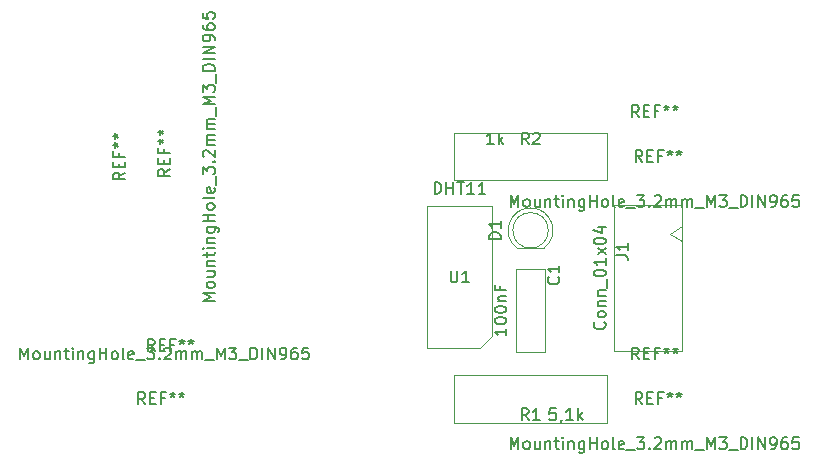
<source format=gbr>
G04 #@! TF.GenerationSoftware,KiCad,Pcbnew,(5.1.4)-1*
G04 #@! TF.CreationDate,2020-08-13T14:43:20+03:00*
G04 #@! TF.ProjectId,hum_temp_sensor,68756d5f-7465-46d7-905f-73656e736f72,rev?*
G04 #@! TF.SameCoordinates,Original*
G04 #@! TF.FileFunction,Other,Fab,Top*
%FSLAX46Y46*%
G04 Gerber Fmt 4.6, Leading zero omitted, Abs format (unit mm)*
G04 Created by KiCad (PCBNEW (5.1.4)-1) date 2020-08-13 14:43:20*
%MOMM*%
%LPD*%
G04 APERTURE LIST*
%ADD10C,0.100000*%
%ADD11C,0.150000*%
G04 APERTURE END LIST*
D10*
X116750000Y-114190000D02*
X115750000Y-115190000D01*
X116750000Y-114190000D02*
X116750000Y-103190000D01*
X111250000Y-103190000D02*
X116750000Y-103190000D01*
X111250000Y-115190000D02*
X111250000Y-103190000D01*
X115750000Y-115190000D02*
X111250000Y-115190000D01*
X113500000Y-101000000D02*
X126500000Y-101000000D01*
X113500000Y-97000000D02*
X113500000Y-101000000D01*
X126500000Y-97000000D02*
X113500000Y-97000000D01*
X126500000Y-101000000D02*
X126500000Y-97000000D01*
X126500000Y-117500000D02*
X113500000Y-117500000D01*
X126500000Y-121500000D02*
X126500000Y-117500000D01*
X113500000Y-121500000D02*
X126500000Y-121500000D01*
X113500000Y-117500000D02*
X113500000Y-121500000D01*
X131850000Y-105500000D02*
X132850000Y-106125000D01*
X132850000Y-104875000D02*
X131850000Y-105500000D01*
X132850000Y-115450000D02*
X132850000Y-103050000D01*
X127100000Y-115450000D02*
X132850000Y-115450000D01*
X127100000Y-103050000D02*
X127100000Y-115450000D01*
X132850000Y-103050000D02*
X127100000Y-103050000D01*
X118833810Y-106730000D02*
X121166190Y-106730000D01*
X121500000Y-105230000D02*
G75*
G03X121500000Y-105230000I-1500000J0D01*
G01*
X121165476Y-106730555D02*
G75*
G03X118833810Y-106730000I-1165476J1500555D01*
G01*
X121250000Y-115500000D02*
X121250000Y-108500000D01*
X118750000Y-115500000D02*
X121250000Y-115500000D01*
X118750000Y-108500000D02*
X118750000Y-115500000D01*
X121250000Y-108500000D02*
X118750000Y-108500000D01*
D11*
X88166666Y-115452380D02*
X87833333Y-114976190D01*
X87595238Y-115452380D02*
X87595238Y-114452380D01*
X87976190Y-114452380D01*
X88071428Y-114500000D01*
X88119047Y-114547619D01*
X88166666Y-114642857D01*
X88166666Y-114785714D01*
X88119047Y-114880952D01*
X88071428Y-114928571D01*
X87976190Y-114976190D01*
X87595238Y-114976190D01*
X88595238Y-114928571D02*
X88928571Y-114928571D01*
X89071428Y-115452380D02*
X88595238Y-115452380D01*
X88595238Y-114452380D01*
X89071428Y-114452380D01*
X89833333Y-114928571D02*
X89500000Y-114928571D01*
X89500000Y-115452380D02*
X89500000Y-114452380D01*
X89976190Y-114452380D01*
X90500000Y-114452380D02*
X90500000Y-114690476D01*
X90261904Y-114595238D02*
X90500000Y-114690476D01*
X90738095Y-114595238D01*
X90357142Y-114880952D02*
X90500000Y-114690476D01*
X90642857Y-114880952D01*
X91261904Y-114452380D02*
X91261904Y-114690476D01*
X91023809Y-114595238D02*
X91261904Y-114690476D01*
X91500000Y-114595238D01*
X91119047Y-114880952D02*
X91261904Y-114690476D01*
X91404761Y-114880952D01*
X76809523Y-116152380D02*
X76809523Y-115152380D01*
X77142857Y-115866666D01*
X77476190Y-115152380D01*
X77476190Y-116152380D01*
X78095238Y-116152380D02*
X78000000Y-116104761D01*
X77952380Y-116057142D01*
X77904761Y-115961904D01*
X77904761Y-115676190D01*
X77952380Y-115580952D01*
X78000000Y-115533333D01*
X78095238Y-115485714D01*
X78238095Y-115485714D01*
X78333333Y-115533333D01*
X78380952Y-115580952D01*
X78428571Y-115676190D01*
X78428571Y-115961904D01*
X78380952Y-116057142D01*
X78333333Y-116104761D01*
X78238095Y-116152380D01*
X78095238Y-116152380D01*
X79285714Y-115485714D02*
X79285714Y-116152380D01*
X78857142Y-115485714D02*
X78857142Y-116009523D01*
X78904761Y-116104761D01*
X79000000Y-116152380D01*
X79142857Y-116152380D01*
X79238095Y-116104761D01*
X79285714Y-116057142D01*
X79761904Y-115485714D02*
X79761904Y-116152380D01*
X79761904Y-115580952D02*
X79809523Y-115533333D01*
X79904761Y-115485714D01*
X80047619Y-115485714D01*
X80142857Y-115533333D01*
X80190476Y-115628571D01*
X80190476Y-116152380D01*
X80523809Y-115485714D02*
X80904761Y-115485714D01*
X80666666Y-115152380D02*
X80666666Y-116009523D01*
X80714285Y-116104761D01*
X80809523Y-116152380D01*
X80904761Y-116152380D01*
X81238095Y-116152380D02*
X81238095Y-115485714D01*
X81238095Y-115152380D02*
X81190476Y-115200000D01*
X81238095Y-115247619D01*
X81285714Y-115200000D01*
X81238095Y-115152380D01*
X81238095Y-115247619D01*
X81714285Y-115485714D02*
X81714285Y-116152380D01*
X81714285Y-115580952D02*
X81761904Y-115533333D01*
X81857142Y-115485714D01*
X82000000Y-115485714D01*
X82095238Y-115533333D01*
X82142857Y-115628571D01*
X82142857Y-116152380D01*
X83047619Y-115485714D02*
X83047619Y-116295238D01*
X83000000Y-116390476D01*
X82952380Y-116438095D01*
X82857142Y-116485714D01*
X82714285Y-116485714D01*
X82619047Y-116438095D01*
X83047619Y-116104761D02*
X82952380Y-116152380D01*
X82761904Y-116152380D01*
X82666666Y-116104761D01*
X82619047Y-116057142D01*
X82571428Y-115961904D01*
X82571428Y-115676190D01*
X82619047Y-115580952D01*
X82666666Y-115533333D01*
X82761904Y-115485714D01*
X82952380Y-115485714D01*
X83047619Y-115533333D01*
X83523809Y-116152380D02*
X83523809Y-115152380D01*
X83523809Y-115628571D02*
X84095238Y-115628571D01*
X84095238Y-116152380D02*
X84095238Y-115152380D01*
X84714285Y-116152380D02*
X84619047Y-116104761D01*
X84571428Y-116057142D01*
X84523809Y-115961904D01*
X84523809Y-115676190D01*
X84571428Y-115580952D01*
X84619047Y-115533333D01*
X84714285Y-115485714D01*
X84857142Y-115485714D01*
X84952380Y-115533333D01*
X85000000Y-115580952D01*
X85047619Y-115676190D01*
X85047619Y-115961904D01*
X85000000Y-116057142D01*
X84952380Y-116104761D01*
X84857142Y-116152380D01*
X84714285Y-116152380D01*
X85619047Y-116152380D02*
X85523809Y-116104761D01*
X85476190Y-116009523D01*
X85476190Y-115152380D01*
X86380952Y-116104761D02*
X86285714Y-116152380D01*
X86095238Y-116152380D01*
X86000000Y-116104761D01*
X85952380Y-116009523D01*
X85952380Y-115628571D01*
X86000000Y-115533333D01*
X86095238Y-115485714D01*
X86285714Y-115485714D01*
X86380952Y-115533333D01*
X86428571Y-115628571D01*
X86428571Y-115723809D01*
X85952380Y-115819047D01*
X86619047Y-116247619D02*
X87380952Y-116247619D01*
X87523809Y-115152380D02*
X88142857Y-115152380D01*
X87809523Y-115533333D01*
X87952380Y-115533333D01*
X88047619Y-115580952D01*
X88095238Y-115628571D01*
X88142857Y-115723809D01*
X88142857Y-115961904D01*
X88095238Y-116057142D01*
X88047619Y-116104761D01*
X87952380Y-116152380D01*
X87666666Y-116152380D01*
X87571428Y-116104761D01*
X87523809Y-116057142D01*
X88571428Y-116057142D02*
X88619047Y-116104761D01*
X88571428Y-116152380D01*
X88523809Y-116104761D01*
X88571428Y-116057142D01*
X88571428Y-116152380D01*
X88999999Y-115247619D02*
X89047619Y-115200000D01*
X89142857Y-115152380D01*
X89380952Y-115152380D01*
X89476190Y-115200000D01*
X89523809Y-115247619D01*
X89571428Y-115342857D01*
X89571428Y-115438095D01*
X89523809Y-115580952D01*
X88952380Y-116152380D01*
X89571428Y-116152380D01*
X89999999Y-116152380D02*
X89999999Y-115485714D01*
X89999999Y-115580952D02*
X90047619Y-115533333D01*
X90142857Y-115485714D01*
X90285714Y-115485714D01*
X90380952Y-115533333D01*
X90428571Y-115628571D01*
X90428571Y-116152380D01*
X90428571Y-115628571D02*
X90476190Y-115533333D01*
X90571428Y-115485714D01*
X90714285Y-115485714D01*
X90809523Y-115533333D01*
X90857142Y-115628571D01*
X90857142Y-116152380D01*
X91333333Y-116152380D02*
X91333333Y-115485714D01*
X91333333Y-115580952D02*
X91380952Y-115533333D01*
X91476190Y-115485714D01*
X91619047Y-115485714D01*
X91714285Y-115533333D01*
X91761904Y-115628571D01*
X91761904Y-116152380D01*
X91761904Y-115628571D02*
X91809523Y-115533333D01*
X91904761Y-115485714D01*
X92047619Y-115485714D01*
X92142857Y-115533333D01*
X92190476Y-115628571D01*
X92190476Y-116152380D01*
X92428571Y-116247619D02*
X93190476Y-116247619D01*
X93428571Y-116152380D02*
X93428571Y-115152380D01*
X93761904Y-115866666D01*
X94095238Y-115152380D01*
X94095238Y-116152380D01*
X94476190Y-115152380D02*
X95095238Y-115152380D01*
X94761904Y-115533333D01*
X94904761Y-115533333D01*
X95000000Y-115580952D01*
X95047619Y-115628571D01*
X95095238Y-115723809D01*
X95095238Y-115961904D01*
X95047619Y-116057142D01*
X95000000Y-116104761D01*
X94904761Y-116152380D01*
X94619047Y-116152380D01*
X94523809Y-116104761D01*
X94476190Y-116057142D01*
X95285714Y-116247619D02*
X96047619Y-116247619D01*
X96285714Y-116152380D02*
X96285714Y-115152380D01*
X96523809Y-115152380D01*
X96666666Y-115200000D01*
X96761904Y-115295238D01*
X96809523Y-115390476D01*
X96857142Y-115580952D01*
X96857142Y-115723809D01*
X96809523Y-115914285D01*
X96761904Y-116009523D01*
X96666666Y-116104761D01*
X96523809Y-116152380D01*
X96285714Y-116152380D01*
X97285714Y-116152380D02*
X97285714Y-115152380D01*
X97761904Y-116152380D02*
X97761904Y-115152380D01*
X98333333Y-116152380D01*
X98333333Y-115152380D01*
X98857142Y-116152380D02*
X99047619Y-116152380D01*
X99142857Y-116104761D01*
X99190476Y-116057142D01*
X99285714Y-115914285D01*
X99333333Y-115723809D01*
X99333333Y-115342857D01*
X99285714Y-115247619D01*
X99238095Y-115200000D01*
X99142857Y-115152380D01*
X98952380Y-115152380D01*
X98857142Y-115200000D01*
X98809523Y-115247619D01*
X98761904Y-115342857D01*
X98761904Y-115580952D01*
X98809523Y-115676190D01*
X98857142Y-115723809D01*
X98952380Y-115771428D01*
X99142857Y-115771428D01*
X99238095Y-115723809D01*
X99285714Y-115676190D01*
X99333333Y-115580952D01*
X100190476Y-115152380D02*
X100000000Y-115152380D01*
X99904761Y-115200000D01*
X99857142Y-115247619D01*
X99761904Y-115390476D01*
X99714285Y-115580952D01*
X99714285Y-115961904D01*
X99761904Y-116057142D01*
X99809523Y-116104761D01*
X99904761Y-116152380D01*
X100095238Y-116152380D01*
X100190476Y-116104761D01*
X100238095Y-116057142D01*
X100285714Y-115961904D01*
X100285714Y-115723809D01*
X100238095Y-115628571D01*
X100190476Y-115580952D01*
X100095238Y-115533333D01*
X99904761Y-115533333D01*
X99809523Y-115580952D01*
X99761904Y-115628571D01*
X99714285Y-115723809D01*
X101190476Y-115152380D02*
X100714285Y-115152380D01*
X100666666Y-115628571D01*
X100714285Y-115580952D01*
X100809523Y-115533333D01*
X101047619Y-115533333D01*
X101142857Y-115580952D01*
X101190476Y-115628571D01*
X101238095Y-115723809D01*
X101238095Y-115961904D01*
X101190476Y-116057142D01*
X101142857Y-116104761D01*
X101047619Y-116152380D01*
X100809523Y-116152380D01*
X100714285Y-116104761D01*
X100666666Y-116057142D01*
X87366666Y-119952380D02*
X87033333Y-119476190D01*
X86795238Y-119952380D02*
X86795238Y-118952380D01*
X87176190Y-118952380D01*
X87271428Y-119000000D01*
X87319047Y-119047619D01*
X87366666Y-119142857D01*
X87366666Y-119285714D01*
X87319047Y-119380952D01*
X87271428Y-119428571D01*
X87176190Y-119476190D01*
X86795238Y-119476190D01*
X87795238Y-119428571D02*
X88128571Y-119428571D01*
X88271428Y-119952380D02*
X87795238Y-119952380D01*
X87795238Y-118952380D01*
X88271428Y-118952380D01*
X89033333Y-119428571D02*
X88700000Y-119428571D01*
X88700000Y-119952380D02*
X88700000Y-118952380D01*
X89176190Y-118952380D01*
X89700000Y-118952380D02*
X89700000Y-119190476D01*
X89461904Y-119095238D02*
X89700000Y-119190476D01*
X89938095Y-119095238D01*
X89557142Y-119380952D02*
X89700000Y-119190476D01*
X89842857Y-119380952D01*
X90461904Y-118952380D02*
X90461904Y-119190476D01*
X90223809Y-119095238D02*
X90461904Y-119190476D01*
X90700000Y-119095238D01*
X90319047Y-119380952D02*
X90461904Y-119190476D01*
X90604761Y-119380952D01*
X85652380Y-100333333D02*
X85176190Y-100666666D01*
X85652380Y-100904761D02*
X84652380Y-100904761D01*
X84652380Y-100523809D01*
X84700000Y-100428571D01*
X84747619Y-100380952D01*
X84842857Y-100333333D01*
X84985714Y-100333333D01*
X85080952Y-100380952D01*
X85128571Y-100428571D01*
X85176190Y-100523809D01*
X85176190Y-100904761D01*
X85128571Y-99904761D02*
X85128571Y-99571428D01*
X85652380Y-99428571D02*
X85652380Y-99904761D01*
X84652380Y-99904761D01*
X84652380Y-99428571D01*
X85128571Y-98666666D02*
X85128571Y-99000000D01*
X85652380Y-99000000D02*
X84652380Y-99000000D01*
X84652380Y-98523809D01*
X84652380Y-98000000D02*
X84890476Y-98000000D01*
X84795238Y-98238095D02*
X84890476Y-98000000D01*
X84795238Y-97761904D01*
X85080952Y-98142857D02*
X84890476Y-98000000D01*
X85080952Y-97857142D01*
X84652380Y-97238095D02*
X84890476Y-97238095D01*
X84795238Y-97476190D02*
X84890476Y-97238095D01*
X84795238Y-97000000D01*
X85080952Y-97380952D02*
X84890476Y-97238095D01*
X85080952Y-97095238D01*
X93252380Y-111190476D02*
X92252380Y-111190476D01*
X92966666Y-110857142D01*
X92252380Y-110523809D01*
X93252380Y-110523809D01*
X93252380Y-109904761D02*
X93204761Y-110000000D01*
X93157142Y-110047619D01*
X93061904Y-110095238D01*
X92776190Y-110095238D01*
X92680952Y-110047619D01*
X92633333Y-110000000D01*
X92585714Y-109904761D01*
X92585714Y-109761904D01*
X92633333Y-109666666D01*
X92680952Y-109619047D01*
X92776190Y-109571428D01*
X93061904Y-109571428D01*
X93157142Y-109619047D01*
X93204761Y-109666666D01*
X93252380Y-109761904D01*
X93252380Y-109904761D01*
X92585714Y-108714285D02*
X93252380Y-108714285D01*
X92585714Y-109142857D02*
X93109523Y-109142857D01*
X93204761Y-109095238D01*
X93252380Y-109000000D01*
X93252380Y-108857142D01*
X93204761Y-108761904D01*
X93157142Y-108714285D01*
X92585714Y-108238095D02*
X93252380Y-108238095D01*
X92680952Y-108238095D02*
X92633333Y-108190476D01*
X92585714Y-108095238D01*
X92585714Y-107952380D01*
X92633333Y-107857142D01*
X92728571Y-107809523D01*
X93252380Y-107809523D01*
X92585714Y-107476190D02*
X92585714Y-107095238D01*
X92252380Y-107333333D02*
X93109523Y-107333333D01*
X93204761Y-107285714D01*
X93252380Y-107190476D01*
X93252380Y-107095238D01*
X93252380Y-106761904D02*
X92585714Y-106761904D01*
X92252380Y-106761904D02*
X92300000Y-106809523D01*
X92347619Y-106761904D01*
X92300000Y-106714285D01*
X92252380Y-106761904D01*
X92347619Y-106761904D01*
X92585714Y-106285714D02*
X93252380Y-106285714D01*
X92680952Y-106285714D02*
X92633333Y-106238095D01*
X92585714Y-106142857D01*
X92585714Y-106000000D01*
X92633333Y-105904761D01*
X92728571Y-105857142D01*
X93252380Y-105857142D01*
X92585714Y-104952380D02*
X93395238Y-104952380D01*
X93490476Y-105000000D01*
X93538095Y-105047619D01*
X93585714Y-105142857D01*
X93585714Y-105285714D01*
X93538095Y-105380952D01*
X93204761Y-104952380D02*
X93252380Y-105047619D01*
X93252380Y-105238095D01*
X93204761Y-105333333D01*
X93157142Y-105380952D01*
X93061904Y-105428571D01*
X92776190Y-105428571D01*
X92680952Y-105380952D01*
X92633333Y-105333333D01*
X92585714Y-105238095D01*
X92585714Y-105047619D01*
X92633333Y-104952380D01*
X93252380Y-104476190D02*
X92252380Y-104476190D01*
X92728571Y-104476190D02*
X92728571Y-103904761D01*
X93252380Y-103904761D02*
X92252380Y-103904761D01*
X93252380Y-103285714D02*
X93204761Y-103380952D01*
X93157142Y-103428571D01*
X93061904Y-103476190D01*
X92776190Y-103476190D01*
X92680952Y-103428571D01*
X92633333Y-103380952D01*
X92585714Y-103285714D01*
X92585714Y-103142857D01*
X92633333Y-103047619D01*
X92680952Y-103000000D01*
X92776190Y-102952380D01*
X93061904Y-102952380D01*
X93157142Y-103000000D01*
X93204761Y-103047619D01*
X93252380Y-103142857D01*
X93252380Y-103285714D01*
X93252380Y-102380952D02*
X93204761Y-102476190D01*
X93109523Y-102523809D01*
X92252380Y-102523809D01*
X93204761Y-101619047D02*
X93252380Y-101714285D01*
X93252380Y-101904761D01*
X93204761Y-102000000D01*
X93109523Y-102047619D01*
X92728571Y-102047619D01*
X92633333Y-102000000D01*
X92585714Y-101904761D01*
X92585714Y-101714285D01*
X92633333Y-101619047D01*
X92728571Y-101571428D01*
X92823809Y-101571428D01*
X92919047Y-102047619D01*
X93347619Y-101380952D02*
X93347619Y-100619047D01*
X92252380Y-100476190D02*
X92252380Y-99857142D01*
X92633333Y-100190476D01*
X92633333Y-100047619D01*
X92680952Y-99952380D01*
X92728571Y-99904761D01*
X92823809Y-99857142D01*
X93061904Y-99857142D01*
X93157142Y-99904761D01*
X93204761Y-99952380D01*
X93252380Y-100047619D01*
X93252380Y-100333333D01*
X93204761Y-100428571D01*
X93157142Y-100476190D01*
X93157142Y-99428571D02*
X93204761Y-99380952D01*
X93252380Y-99428571D01*
X93204761Y-99476190D01*
X93157142Y-99428571D01*
X93252380Y-99428571D01*
X92347619Y-99000000D02*
X92300000Y-98952380D01*
X92252380Y-98857142D01*
X92252380Y-98619047D01*
X92300000Y-98523809D01*
X92347619Y-98476190D01*
X92442857Y-98428571D01*
X92538095Y-98428571D01*
X92680952Y-98476190D01*
X93252380Y-99047619D01*
X93252380Y-98428571D01*
X93252380Y-98000000D02*
X92585714Y-98000000D01*
X92680952Y-98000000D02*
X92633333Y-97952380D01*
X92585714Y-97857142D01*
X92585714Y-97714285D01*
X92633333Y-97619047D01*
X92728571Y-97571428D01*
X93252380Y-97571428D01*
X92728571Y-97571428D02*
X92633333Y-97523809D01*
X92585714Y-97428571D01*
X92585714Y-97285714D01*
X92633333Y-97190476D01*
X92728571Y-97142857D01*
X93252380Y-97142857D01*
X93252380Y-96666666D02*
X92585714Y-96666666D01*
X92680952Y-96666666D02*
X92633333Y-96619047D01*
X92585714Y-96523809D01*
X92585714Y-96380952D01*
X92633333Y-96285714D01*
X92728571Y-96238095D01*
X93252380Y-96238095D01*
X92728571Y-96238095D02*
X92633333Y-96190476D01*
X92585714Y-96095238D01*
X92585714Y-95952380D01*
X92633333Y-95857142D01*
X92728571Y-95809523D01*
X93252380Y-95809523D01*
X93347619Y-95571428D02*
X93347619Y-94809523D01*
X93252380Y-94571428D02*
X92252380Y-94571428D01*
X92966666Y-94238095D01*
X92252380Y-93904761D01*
X93252380Y-93904761D01*
X92252380Y-93523809D02*
X92252380Y-92904761D01*
X92633333Y-93238095D01*
X92633333Y-93095238D01*
X92680952Y-93000000D01*
X92728571Y-92952380D01*
X92823809Y-92904761D01*
X93061904Y-92904761D01*
X93157142Y-92952380D01*
X93204761Y-93000000D01*
X93252380Y-93095238D01*
X93252380Y-93380952D01*
X93204761Y-93476190D01*
X93157142Y-93523809D01*
X93347619Y-92714285D02*
X93347619Y-91952380D01*
X93252380Y-91714285D02*
X92252380Y-91714285D01*
X92252380Y-91476190D01*
X92300000Y-91333333D01*
X92395238Y-91238095D01*
X92490476Y-91190476D01*
X92680952Y-91142857D01*
X92823809Y-91142857D01*
X93014285Y-91190476D01*
X93109523Y-91238095D01*
X93204761Y-91333333D01*
X93252380Y-91476190D01*
X93252380Y-91714285D01*
X93252380Y-90714285D02*
X92252380Y-90714285D01*
X93252380Y-90238095D02*
X92252380Y-90238095D01*
X93252380Y-89666666D01*
X92252380Y-89666666D01*
X93252380Y-89142857D02*
X93252380Y-88952380D01*
X93204761Y-88857142D01*
X93157142Y-88809523D01*
X93014285Y-88714285D01*
X92823809Y-88666666D01*
X92442857Y-88666666D01*
X92347619Y-88714285D01*
X92300000Y-88761904D01*
X92252380Y-88857142D01*
X92252380Y-89047619D01*
X92300000Y-89142857D01*
X92347619Y-89190476D01*
X92442857Y-89238095D01*
X92680952Y-89238095D01*
X92776190Y-89190476D01*
X92823809Y-89142857D01*
X92871428Y-89047619D01*
X92871428Y-88857142D01*
X92823809Y-88761904D01*
X92776190Y-88714285D01*
X92680952Y-88666666D01*
X92252380Y-87809523D02*
X92252380Y-88000000D01*
X92300000Y-88095238D01*
X92347619Y-88142857D01*
X92490476Y-88238095D01*
X92680952Y-88285714D01*
X93061904Y-88285714D01*
X93157142Y-88238095D01*
X93204761Y-88190476D01*
X93252380Y-88095238D01*
X93252380Y-87904761D01*
X93204761Y-87809523D01*
X93157142Y-87761904D01*
X93061904Y-87714285D01*
X92823809Y-87714285D01*
X92728571Y-87761904D01*
X92680952Y-87809523D01*
X92633333Y-87904761D01*
X92633333Y-88095238D01*
X92680952Y-88190476D01*
X92728571Y-88238095D01*
X92823809Y-88285714D01*
X92252380Y-86809523D02*
X92252380Y-87285714D01*
X92728571Y-87333333D01*
X92680952Y-87285714D01*
X92633333Y-87190476D01*
X92633333Y-86952380D01*
X92680952Y-86857142D01*
X92728571Y-86809523D01*
X92823809Y-86761904D01*
X93061904Y-86761904D01*
X93157142Y-86809523D01*
X93204761Y-86857142D01*
X93252380Y-86952380D01*
X93252380Y-87190476D01*
X93204761Y-87285714D01*
X93157142Y-87333333D01*
X89452380Y-100033333D02*
X88976190Y-100366666D01*
X89452380Y-100604761D02*
X88452380Y-100604761D01*
X88452380Y-100223809D01*
X88500000Y-100128571D01*
X88547619Y-100080952D01*
X88642857Y-100033333D01*
X88785714Y-100033333D01*
X88880952Y-100080952D01*
X88928571Y-100128571D01*
X88976190Y-100223809D01*
X88976190Y-100604761D01*
X88928571Y-99604761D02*
X88928571Y-99271428D01*
X89452380Y-99128571D02*
X89452380Y-99604761D01*
X88452380Y-99604761D01*
X88452380Y-99128571D01*
X88928571Y-98366666D02*
X88928571Y-98700000D01*
X89452380Y-98700000D02*
X88452380Y-98700000D01*
X88452380Y-98223809D01*
X88452380Y-97700000D02*
X88690476Y-97700000D01*
X88595238Y-97938095D02*
X88690476Y-97700000D01*
X88595238Y-97461904D01*
X88880952Y-97842857D02*
X88690476Y-97700000D01*
X88880952Y-97557142D01*
X88452380Y-96938095D02*
X88690476Y-96938095D01*
X88595238Y-97176190D02*
X88690476Y-96938095D01*
X88595238Y-96700000D01*
X88880952Y-97080952D02*
X88690476Y-96938095D01*
X88880952Y-96795238D01*
X129166666Y-116152380D02*
X128833333Y-115676190D01*
X128595238Y-116152380D02*
X128595238Y-115152380D01*
X128976190Y-115152380D01*
X129071428Y-115200000D01*
X129119047Y-115247619D01*
X129166666Y-115342857D01*
X129166666Y-115485714D01*
X129119047Y-115580952D01*
X129071428Y-115628571D01*
X128976190Y-115676190D01*
X128595238Y-115676190D01*
X129595238Y-115628571D02*
X129928571Y-115628571D01*
X130071428Y-116152380D02*
X129595238Y-116152380D01*
X129595238Y-115152380D01*
X130071428Y-115152380D01*
X130833333Y-115628571D02*
X130500000Y-115628571D01*
X130500000Y-116152380D02*
X130500000Y-115152380D01*
X130976190Y-115152380D01*
X131500000Y-115152380D02*
X131500000Y-115390476D01*
X131261904Y-115295238D02*
X131500000Y-115390476D01*
X131738095Y-115295238D01*
X131357142Y-115580952D02*
X131500000Y-115390476D01*
X131642857Y-115580952D01*
X132261904Y-115152380D02*
X132261904Y-115390476D01*
X132023809Y-115295238D02*
X132261904Y-115390476D01*
X132500000Y-115295238D01*
X132119047Y-115580952D02*
X132261904Y-115390476D01*
X132404761Y-115580952D01*
X118309523Y-123752380D02*
X118309523Y-122752380D01*
X118642857Y-123466666D01*
X118976190Y-122752380D01*
X118976190Y-123752380D01*
X119595238Y-123752380D02*
X119500000Y-123704761D01*
X119452380Y-123657142D01*
X119404761Y-123561904D01*
X119404761Y-123276190D01*
X119452380Y-123180952D01*
X119500000Y-123133333D01*
X119595238Y-123085714D01*
X119738095Y-123085714D01*
X119833333Y-123133333D01*
X119880952Y-123180952D01*
X119928571Y-123276190D01*
X119928571Y-123561904D01*
X119880952Y-123657142D01*
X119833333Y-123704761D01*
X119738095Y-123752380D01*
X119595238Y-123752380D01*
X120785714Y-123085714D02*
X120785714Y-123752380D01*
X120357142Y-123085714D02*
X120357142Y-123609523D01*
X120404761Y-123704761D01*
X120500000Y-123752380D01*
X120642857Y-123752380D01*
X120738095Y-123704761D01*
X120785714Y-123657142D01*
X121261904Y-123085714D02*
X121261904Y-123752380D01*
X121261904Y-123180952D02*
X121309523Y-123133333D01*
X121404761Y-123085714D01*
X121547619Y-123085714D01*
X121642857Y-123133333D01*
X121690476Y-123228571D01*
X121690476Y-123752380D01*
X122023809Y-123085714D02*
X122404761Y-123085714D01*
X122166666Y-122752380D02*
X122166666Y-123609523D01*
X122214285Y-123704761D01*
X122309523Y-123752380D01*
X122404761Y-123752380D01*
X122738095Y-123752380D02*
X122738095Y-123085714D01*
X122738095Y-122752380D02*
X122690476Y-122800000D01*
X122738095Y-122847619D01*
X122785714Y-122800000D01*
X122738095Y-122752380D01*
X122738095Y-122847619D01*
X123214285Y-123085714D02*
X123214285Y-123752380D01*
X123214285Y-123180952D02*
X123261904Y-123133333D01*
X123357142Y-123085714D01*
X123500000Y-123085714D01*
X123595238Y-123133333D01*
X123642857Y-123228571D01*
X123642857Y-123752380D01*
X124547619Y-123085714D02*
X124547619Y-123895238D01*
X124500000Y-123990476D01*
X124452380Y-124038095D01*
X124357142Y-124085714D01*
X124214285Y-124085714D01*
X124119047Y-124038095D01*
X124547619Y-123704761D02*
X124452380Y-123752380D01*
X124261904Y-123752380D01*
X124166666Y-123704761D01*
X124119047Y-123657142D01*
X124071428Y-123561904D01*
X124071428Y-123276190D01*
X124119047Y-123180952D01*
X124166666Y-123133333D01*
X124261904Y-123085714D01*
X124452380Y-123085714D01*
X124547619Y-123133333D01*
X125023809Y-123752380D02*
X125023809Y-122752380D01*
X125023809Y-123228571D02*
X125595238Y-123228571D01*
X125595238Y-123752380D02*
X125595238Y-122752380D01*
X126214285Y-123752380D02*
X126119047Y-123704761D01*
X126071428Y-123657142D01*
X126023809Y-123561904D01*
X126023809Y-123276190D01*
X126071428Y-123180952D01*
X126119047Y-123133333D01*
X126214285Y-123085714D01*
X126357142Y-123085714D01*
X126452380Y-123133333D01*
X126500000Y-123180952D01*
X126547619Y-123276190D01*
X126547619Y-123561904D01*
X126500000Y-123657142D01*
X126452380Y-123704761D01*
X126357142Y-123752380D01*
X126214285Y-123752380D01*
X127119047Y-123752380D02*
X127023809Y-123704761D01*
X126976190Y-123609523D01*
X126976190Y-122752380D01*
X127880952Y-123704761D02*
X127785714Y-123752380D01*
X127595238Y-123752380D01*
X127500000Y-123704761D01*
X127452380Y-123609523D01*
X127452380Y-123228571D01*
X127500000Y-123133333D01*
X127595238Y-123085714D01*
X127785714Y-123085714D01*
X127880952Y-123133333D01*
X127928571Y-123228571D01*
X127928571Y-123323809D01*
X127452380Y-123419047D01*
X128119047Y-123847619D02*
X128880952Y-123847619D01*
X129023809Y-122752380D02*
X129642857Y-122752380D01*
X129309523Y-123133333D01*
X129452380Y-123133333D01*
X129547619Y-123180952D01*
X129595238Y-123228571D01*
X129642857Y-123323809D01*
X129642857Y-123561904D01*
X129595238Y-123657142D01*
X129547619Y-123704761D01*
X129452380Y-123752380D01*
X129166666Y-123752380D01*
X129071428Y-123704761D01*
X129023809Y-123657142D01*
X130071428Y-123657142D02*
X130119047Y-123704761D01*
X130071428Y-123752380D01*
X130023809Y-123704761D01*
X130071428Y-123657142D01*
X130071428Y-123752380D01*
X130499999Y-122847619D02*
X130547619Y-122800000D01*
X130642857Y-122752380D01*
X130880952Y-122752380D01*
X130976190Y-122800000D01*
X131023809Y-122847619D01*
X131071428Y-122942857D01*
X131071428Y-123038095D01*
X131023809Y-123180952D01*
X130452380Y-123752380D01*
X131071428Y-123752380D01*
X131499999Y-123752380D02*
X131499999Y-123085714D01*
X131499999Y-123180952D02*
X131547619Y-123133333D01*
X131642857Y-123085714D01*
X131785714Y-123085714D01*
X131880952Y-123133333D01*
X131928571Y-123228571D01*
X131928571Y-123752380D01*
X131928571Y-123228571D02*
X131976190Y-123133333D01*
X132071428Y-123085714D01*
X132214285Y-123085714D01*
X132309523Y-123133333D01*
X132357142Y-123228571D01*
X132357142Y-123752380D01*
X132833333Y-123752380D02*
X132833333Y-123085714D01*
X132833333Y-123180952D02*
X132880952Y-123133333D01*
X132976190Y-123085714D01*
X133119047Y-123085714D01*
X133214285Y-123133333D01*
X133261904Y-123228571D01*
X133261904Y-123752380D01*
X133261904Y-123228571D02*
X133309523Y-123133333D01*
X133404761Y-123085714D01*
X133547619Y-123085714D01*
X133642857Y-123133333D01*
X133690476Y-123228571D01*
X133690476Y-123752380D01*
X133928571Y-123847619D02*
X134690476Y-123847619D01*
X134928571Y-123752380D02*
X134928571Y-122752380D01*
X135261904Y-123466666D01*
X135595238Y-122752380D01*
X135595238Y-123752380D01*
X135976190Y-122752380D02*
X136595238Y-122752380D01*
X136261904Y-123133333D01*
X136404761Y-123133333D01*
X136500000Y-123180952D01*
X136547619Y-123228571D01*
X136595238Y-123323809D01*
X136595238Y-123561904D01*
X136547619Y-123657142D01*
X136500000Y-123704761D01*
X136404761Y-123752380D01*
X136119047Y-123752380D01*
X136023809Y-123704761D01*
X135976190Y-123657142D01*
X136785714Y-123847619D02*
X137547619Y-123847619D01*
X137785714Y-123752380D02*
X137785714Y-122752380D01*
X138023809Y-122752380D01*
X138166666Y-122800000D01*
X138261904Y-122895238D01*
X138309523Y-122990476D01*
X138357142Y-123180952D01*
X138357142Y-123323809D01*
X138309523Y-123514285D01*
X138261904Y-123609523D01*
X138166666Y-123704761D01*
X138023809Y-123752380D01*
X137785714Y-123752380D01*
X138785714Y-123752380D02*
X138785714Y-122752380D01*
X139261904Y-123752380D02*
X139261904Y-122752380D01*
X139833333Y-123752380D01*
X139833333Y-122752380D01*
X140357142Y-123752380D02*
X140547619Y-123752380D01*
X140642857Y-123704761D01*
X140690476Y-123657142D01*
X140785714Y-123514285D01*
X140833333Y-123323809D01*
X140833333Y-122942857D01*
X140785714Y-122847619D01*
X140738095Y-122800000D01*
X140642857Y-122752380D01*
X140452380Y-122752380D01*
X140357142Y-122800000D01*
X140309523Y-122847619D01*
X140261904Y-122942857D01*
X140261904Y-123180952D01*
X140309523Y-123276190D01*
X140357142Y-123323809D01*
X140452380Y-123371428D01*
X140642857Y-123371428D01*
X140738095Y-123323809D01*
X140785714Y-123276190D01*
X140833333Y-123180952D01*
X141690476Y-122752380D02*
X141500000Y-122752380D01*
X141404761Y-122800000D01*
X141357142Y-122847619D01*
X141261904Y-122990476D01*
X141214285Y-123180952D01*
X141214285Y-123561904D01*
X141261904Y-123657142D01*
X141309523Y-123704761D01*
X141404761Y-123752380D01*
X141595238Y-123752380D01*
X141690476Y-123704761D01*
X141738095Y-123657142D01*
X141785714Y-123561904D01*
X141785714Y-123323809D01*
X141738095Y-123228571D01*
X141690476Y-123180952D01*
X141595238Y-123133333D01*
X141404761Y-123133333D01*
X141309523Y-123180952D01*
X141261904Y-123228571D01*
X141214285Y-123323809D01*
X142690476Y-122752380D02*
X142214285Y-122752380D01*
X142166666Y-123228571D01*
X142214285Y-123180952D01*
X142309523Y-123133333D01*
X142547619Y-123133333D01*
X142642857Y-123180952D01*
X142690476Y-123228571D01*
X142738095Y-123323809D01*
X142738095Y-123561904D01*
X142690476Y-123657142D01*
X142642857Y-123704761D01*
X142547619Y-123752380D01*
X142309523Y-123752380D01*
X142214285Y-123704761D01*
X142166666Y-123657142D01*
X129466666Y-119952380D02*
X129133333Y-119476190D01*
X128895238Y-119952380D02*
X128895238Y-118952380D01*
X129276190Y-118952380D01*
X129371428Y-119000000D01*
X129419047Y-119047619D01*
X129466666Y-119142857D01*
X129466666Y-119285714D01*
X129419047Y-119380952D01*
X129371428Y-119428571D01*
X129276190Y-119476190D01*
X128895238Y-119476190D01*
X129895238Y-119428571D02*
X130228571Y-119428571D01*
X130371428Y-119952380D02*
X129895238Y-119952380D01*
X129895238Y-118952380D01*
X130371428Y-118952380D01*
X131133333Y-119428571D02*
X130800000Y-119428571D01*
X130800000Y-119952380D02*
X130800000Y-118952380D01*
X131276190Y-118952380D01*
X131800000Y-118952380D02*
X131800000Y-119190476D01*
X131561904Y-119095238D02*
X131800000Y-119190476D01*
X132038095Y-119095238D01*
X131657142Y-119380952D02*
X131800000Y-119190476D01*
X131942857Y-119380952D01*
X132561904Y-118952380D02*
X132561904Y-119190476D01*
X132323809Y-119095238D02*
X132561904Y-119190476D01*
X132800000Y-119095238D01*
X132419047Y-119380952D02*
X132561904Y-119190476D01*
X132704761Y-119380952D01*
X129166666Y-95652380D02*
X128833333Y-95176190D01*
X128595238Y-95652380D02*
X128595238Y-94652380D01*
X128976190Y-94652380D01*
X129071428Y-94700000D01*
X129119047Y-94747619D01*
X129166666Y-94842857D01*
X129166666Y-94985714D01*
X129119047Y-95080952D01*
X129071428Y-95128571D01*
X128976190Y-95176190D01*
X128595238Y-95176190D01*
X129595238Y-95128571D02*
X129928571Y-95128571D01*
X130071428Y-95652380D02*
X129595238Y-95652380D01*
X129595238Y-94652380D01*
X130071428Y-94652380D01*
X130833333Y-95128571D02*
X130500000Y-95128571D01*
X130500000Y-95652380D02*
X130500000Y-94652380D01*
X130976190Y-94652380D01*
X131500000Y-94652380D02*
X131500000Y-94890476D01*
X131261904Y-94795238D02*
X131500000Y-94890476D01*
X131738095Y-94795238D01*
X131357142Y-95080952D02*
X131500000Y-94890476D01*
X131642857Y-95080952D01*
X132261904Y-94652380D02*
X132261904Y-94890476D01*
X132023809Y-94795238D02*
X132261904Y-94890476D01*
X132500000Y-94795238D01*
X132119047Y-95080952D02*
X132261904Y-94890476D01*
X132404761Y-95080952D01*
X118309523Y-103252380D02*
X118309523Y-102252380D01*
X118642857Y-102966666D01*
X118976190Y-102252380D01*
X118976190Y-103252380D01*
X119595238Y-103252380D02*
X119500000Y-103204761D01*
X119452380Y-103157142D01*
X119404761Y-103061904D01*
X119404761Y-102776190D01*
X119452380Y-102680952D01*
X119500000Y-102633333D01*
X119595238Y-102585714D01*
X119738095Y-102585714D01*
X119833333Y-102633333D01*
X119880952Y-102680952D01*
X119928571Y-102776190D01*
X119928571Y-103061904D01*
X119880952Y-103157142D01*
X119833333Y-103204761D01*
X119738095Y-103252380D01*
X119595238Y-103252380D01*
X120785714Y-102585714D02*
X120785714Y-103252380D01*
X120357142Y-102585714D02*
X120357142Y-103109523D01*
X120404761Y-103204761D01*
X120500000Y-103252380D01*
X120642857Y-103252380D01*
X120738095Y-103204761D01*
X120785714Y-103157142D01*
X121261904Y-102585714D02*
X121261904Y-103252380D01*
X121261904Y-102680952D02*
X121309523Y-102633333D01*
X121404761Y-102585714D01*
X121547619Y-102585714D01*
X121642857Y-102633333D01*
X121690476Y-102728571D01*
X121690476Y-103252380D01*
X122023809Y-102585714D02*
X122404761Y-102585714D01*
X122166666Y-102252380D02*
X122166666Y-103109523D01*
X122214285Y-103204761D01*
X122309523Y-103252380D01*
X122404761Y-103252380D01*
X122738095Y-103252380D02*
X122738095Y-102585714D01*
X122738095Y-102252380D02*
X122690476Y-102300000D01*
X122738095Y-102347619D01*
X122785714Y-102300000D01*
X122738095Y-102252380D01*
X122738095Y-102347619D01*
X123214285Y-102585714D02*
X123214285Y-103252380D01*
X123214285Y-102680952D02*
X123261904Y-102633333D01*
X123357142Y-102585714D01*
X123500000Y-102585714D01*
X123595238Y-102633333D01*
X123642857Y-102728571D01*
X123642857Y-103252380D01*
X124547619Y-102585714D02*
X124547619Y-103395238D01*
X124500000Y-103490476D01*
X124452380Y-103538095D01*
X124357142Y-103585714D01*
X124214285Y-103585714D01*
X124119047Y-103538095D01*
X124547619Y-103204761D02*
X124452380Y-103252380D01*
X124261904Y-103252380D01*
X124166666Y-103204761D01*
X124119047Y-103157142D01*
X124071428Y-103061904D01*
X124071428Y-102776190D01*
X124119047Y-102680952D01*
X124166666Y-102633333D01*
X124261904Y-102585714D01*
X124452380Y-102585714D01*
X124547619Y-102633333D01*
X125023809Y-103252380D02*
X125023809Y-102252380D01*
X125023809Y-102728571D02*
X125595238Y-102728571D01*
X125595238Y-103252380D02*
X125595238Y-102252380D01*
X126214285Y-103252380D02*
X126119047Y-103204761D01*
X126071428Y-103157142D01*
X126023809Y-103061904D01*
X126023809Y-102776190D01*
X126071428Y-102680952D01*
X126119047Y-102633333D01*
X126214285Y-102585714D01*
X126357142Y-102585714D01*
X126452380Y-102633333D01*
X126500000Y-102680952D01*
X126547619Y-102776190D01*
X126547619Y-103061904D01*
X126500000Y-103157142D01*
X126452380Y-103204761D01*
X126357142Y-103252380D01*
X126214285Y-103252380D01*
X127119047Y-103252380D02*
X127023809Y-103204761D01*
X126976190Y-103109523D01*
X126976190Y-102252380D01*
X127880952Y-103204761D02*
X127785714Y-103252380D01*
X127595238Y-103252380D01*
X127500000Y-103204761D01*
X127452380Y-103109523D01*
X127452380Y-102728571D01*
X127500000Y-102633333D01*
X127595238Y-102585714D01*
X127785714Y-102585714D01*
X127880952Y-102633333D01*
X127928571Y-102728571D01*
X127928571Y-102823809D01*
X127452380Y-102919047D01*
X128119047Y-103347619D02*
X128880952Y-103347619D01*
X129023809Y-102252380D02*
X129642857Y-102252380D01*
X129309523Y-102633333D01*
X129452380Y-102633333D01*
X129547619Y-102680952D01*
X129595238Y-102728571D01*
X129642857Y-102823809D01*
X129642857Y-103061904D01*
X129595238Y-103157142D01*
X129547619Y-103204761D01*
X129452380Y-103252380D01*
X129166666Y-103252380D01*
X129071428Y-103204761D01*
X129023809Y-103157142D01*
X130071428Y-103157142D02*
X130119047Y-103204761D01*
X130071428Y-103252380D01*
X130023809Y-103204761D01*
X130071428Y-103157142D01*
X130071428Y-103252380D01*
X130499999Y-102347619D02*
X130547619Y-102300000D01*
X130642857Y-102252380D01*
X130880952Y-102252380D01*
X130976190Y-102300000D01*
X131023809Y-102347619D01*
X131071428Y-102442857D01*
X131071428Y-102538095D01*
X131023809Y-102680952D01*
X130452380Y-103252380D01*
X131071428Y-103252380D01*
X131499999Y-103252380D02*
X131499999Y-102585714D01*
X131499999Y-102680952D02*
X131547619Y-102633333D01*
X131642857Y-102585714D01*
X131785714Y-102585714D01*
X131880952Y-102633333D01*
X131928571Y-102728571D01*
X131928571Y-103252380D01*
X131928571Y-102728571D02*
X131976190Y-102633333D01*
X132071428Y-102585714D01*
X132214285Y-102585714D01*
X132309523Y-102633333D01*
X132357142Y-102728571D01*
X132357142Y-103252380D01*
X132833333Y-103252380D02*
X132833333Y-102585714D01*
X132833333Y-102680952D02*
X132880952Y-102633333D01*
X132976190Y-102585714D01*
X133119047Y-102585714D01*
X133214285Y-102633333D01*
X133261904Y-102728571D01*
X133261904Y-103252380D01*
X133261904Y-102728571D02*
X133309523Y-102633333D01*
X133404761Y-102585714D01*
X133547619Y-102585714D01*
X133642857Y-102633333D01*
X133690476Y-102728571D01*
X133690476Y-103252380D01*
X133928571Y-103347619D02*
X134690476Y-103347619D01*
X134928571Y-103252380D02*
X134928571Y-102252380D01*
X135261904Y-102966666D01*
X135595238Y-102252380D01*
X135595238Y-103252380D01*
X135976190Y-102252380D02*
X136595238Y-102252380D01*
X136261904Y-102633333D01*
X136404761Y-102633333D01*
X136500000Y-102680952D01*
X136547619Y-102728571D01*
X136595238Y-102823809D01*
X136595238Y-103061904D01*
X136547619Y-103157142D01*
X136500000Y-103204761D01*
X136404761Y-103252380D01*
X136119047Y-103252380D01*
X136023809Y-103204761D01*
X135976190Y-103157142D01*
X136785714Y-103347619D02*
X137547619Y-103347619D01*
X137785714Y-103252380D02*
X137785714Y-102252380D01*
X138023809Y-102252380D01*
X138166666Y-102300000D01*
X138261904Y-102395238D01*
X138309523Y-102490476D01*
X138357142Y-102680952D01*
X138357142Y-102823809D01*
X138309523Y-103014285D01*
X138261904Y-103109523D01*
X138166666Y-103204761D01*
X138023809Y-103252380D01*
X137785714Y-103252380D01*
X138785714Y-103252380D02*
X138785714Y-102252380D01*
X139261904Y-103252380D02*
X139261904Y-102252380D01*
X139833333Y-103252380D01*
X139833333Y-102252380D01*
X140357142Y-103252380D02*
X140547619Y-103252380D01*
X140642857Y-103204761D01*
X140690476Y-103157142D01*
X140785714Y-103014285D01*
X140833333Y-102823809D01*
X140833333Y-102442857D01*
X140785714Y-102347619D01*
X140738095Y-102300000D01*
X140642857Y-102252380D01*
X140452380Y-102252380D01*
X140357142Y-102300000D01*
X140309523Y-102347619D01*
X140261904Y-102442857D01*
X140261904Y-102680952D01*
X140309523Y-102776190D01*
X140357142Y-102823809D01*
X140452380Y-102871428D01*
X140642857Y-102871428D01*
X140738095Y-102823809D01*
X140785714Y-102776190D01*
X140833333Y-102680952D01*
X141690476Y-102252380D02*
X141500000Y-102252380D01*
X141404761Y-102300000D01*
X141357142Y-102347619D01*
X141261904Y-102490476D01*
X141214285Y-102680952D01*
X141214285Y-103061904D01*
X141261904Y-103157142D01*
X141309523Y-103204761D01*
X141404761Y-103252380D01*
X141595238Y-103252380D01*
X141690476Y-103204761D01*
X141738095Y-103157142D01*
X141785714Y-103061904D01*
X141785714Y-102823809D01*
X141738095Y-102728571D01*
X141690476Y-102680952D01*
X141595238Y-102633333D01*
X141404761Y-102633333D01*
X141309523Y-102680952D01*
X141261904Y-102728571D01*
X141214285Y-102823809D01*
X142690476Y-102252380D02*
X142214285Y-102252380D01*
X142166666Y-102728571D01*
X142214285Y-102680952D01*
X142309523Y-102633333D01*
X142547619Y-102633333D01*
X142642857Y-102680952D01*
X142690476Y-102728571D01*
X142738095Y-102823809D01*
X142738095Y-103061904D01*
X142690476Y-103157142D01*
X142642857Y-103204761D01*
X142547619Y-103252380D01*
X142309523Y-103252380D01*
X142214285Y-103204761D01*
X142166666Y-103157142D01*
X129466666Y-99452380D02*
X129133333Y-98976190D01*
X128895238Y-99452380D02*
X128895238Y-98452380D01*
X129276190Y-98452380D01*
X129371428Y-98500000D01*
X129419047Y-98547619D01*
X129466666Y-98642857D01*
X129466666Y-98785714D01*
X129419047Y-98880952D01*
X129371428Y-98928571D01*
X129276190Y-98976190D01*
X128895238Y-98976190D01*
X129895238Y-98928571D02*
X130228571Y-98928571D01*
X130371428Y-99452380D02*
X129895238Y-99452380D01*
X129895238Y-98452380D01*
X130371428Y-98452380D01*
X131133333Y-98928571D02*
X130800000Y-98928571D01*
X130800000Y-99452380D02*
X130800000Y-98452380D01*
X131276190Y-98452380D01*
X131800000Y-98452380D02*
X131800000Y-98690476D01*
X131561904Y-98595238D02*
X131800000Y-98690476D01*
X132038095Y-98595238D01*
X131657142Y-98880952D02*
X131800000Y-98690476D01*
X131942857Y-98880952D01*
X132561904Y-98452380D02*
X132561904Y-98690476D01*
X132323809Y-98595238D02*
X132561904Y-98690476D01*
X132800000Y-98595238D01*
X132419047Y-98880952D02*
X132561904Y-98690476D01*
X132704761Y-98880952D01*
X111880952Y-102152380D02*
X111880952Y-101152380D01*
X112119047Y-101152380D01*
X112261904Y-101200000D01*
X112357142Y-101295238D01*
X112404761Y-101390476D01*
X112452380Y-101580952D01*
X112452380Y-101723809D01*
X112404761Y-101914285D01*
X112357142Y-102009523D01*
X112261904Y-102104761D01*
X112119047Y-102152380D01*
X111880952Y-102152380D01*
X112880952Y-102152380D02*
X112880952Y-101152380D01*
X112880952Y-101628571D02*
X113452380Y-101628571D01*
X113452380Y-102152380D02*
X113452380Y-101152380D01*
X113785714Y-101152380D02*
X114357142Y-101152380D01*
X114071428Y-102152380D02*
X114071428Y-101152380D01*
X115214285Y-102152380D02*
X114642857Y-102152380D01*
X114928571Y-102152380D02*
X114928571Y-101152380D01*
X114833333Y-101295238D01*
X114738095Y-101390476D01*
X114642857Y-101438095D01*
X116166666Y-102152380D02*
X115595238Y-102152380D01*
X115880952Y-102152380D02*
X115880952Y-101152380D01*
X115785714Y-101295238D01*
X115690476Y-101390476D01*
X115595238Y-101438095D01*
X113238095Y-108642380D02*
X113238095Y-109451904D01*
X113285714Y-109547142D01*
X113333333Y-109594761D01*
X113428571Y-109642380D01*
X113619047Y-109642380D01*
X113714285Y-109594761D01*
X113761904Y-109547142D01*
X113809523Y-109451904D01*
X113809523Y-108642380D01*
X114809523Y-109642380D02*
X114238095Y-109642380D01*
X114523809Y-109642380D02*
X114523809Y-108642380D01*
X114428571Y-108785238D01*
X114333333Y-108880476D01*
X114238095Y-108928095D01*
X116880952Y-97952380D02*
X116309523Y-97952380D01*
X116595238Y-97952380D02*
X116595238Y-96952380D01*
X116500000Y-97095238D01*
X116404761Y-97190476D01*
X116309523Y-97238095D01*
X117309523Y-97952380D02*
X117309523Y-96952380D01*
X117404761Y-97571428D02*
X117690476Y-97952380D01*
X117690476Y-97285714D02*
X117309523Y-97666666D01*
X119833333Y-97952380D02*
X119500000Y-97476190D01*
X119261904Y-97952380D02*
X119261904Y-96952380D01*
X119642857Y-96952380D01*
X119738095Y-97000000D01*
X119785714Y-97047619D01*
X119833333Y-97142857D01*
X119833333Y-97285714D01*
X119785714Y-97380952D01*
X119738095Y-97428571D01*
X119642857Y-97476190D01*
X119261904Y-97476190D01*
X120214285Y-97047619D02*
X120261904Y-97000000D01*
X120357142Y-96952380D01*
X120595238Y-96952380D01*
X120690476Y-97000000D01*
X120738095Y-97047619D01*
X120785714Y-97142857D01*
X120785714Y-97238095D01*
X120738095Y-97380952D01*
X120166666Y-97952380D01*
X120785714Y-97952380D01*
X122119047Y-120302380D02*
X121642857Y-120302380D01*
X121595238Y-120778571D01*
X121642857Y-120730952D01*
X121738095Y-120683333D01*
X121976190Y-120683333D01*
X122071428Y-120730952D01*
X122119047Y-120778571D01*
X122166666Y-120873809D01*
X122166666Y-121111904D01*
X122119047Y-121207142D01*
X122071428Y-121254761D01*
X121976190Y-121302380D01*
X121738095Y-121302380D01*
X121642857Y-121254761D01*
X121595238Y-121207142D01*
X122642857Y-121254761D02*
X122642857Y-121302380D01*
X122595238Y-121397619D01*
X122547619Y-121445238D01*
X123595238Y-121302380D02*
X123023809Y-121302380D01*
X123309523Y-121302380D02*
X123309523Y-120302380D01*
X123214285Y-120445238D01*
X123119047Y-120540476D01*
X123023809Y-120588095D01*
X124023809Y-121302380D02*
X124023809Y-120302380D01*
X124119047Y-120921428D02*
X124404761Y-121302380D01*
X124404761Y-120635714D02*
X124023809Y-121016666D01*
X119833333Y-121302380D02*
X119500000Y-120826190D01*
X119261904Y-121302380D02*
X119261904Y-120302380D01*
X119642857Y-120302380D01*
X119738095Y-120350000D01*
X119785714Y-120397619D01*
X119833333Y-120492857D01*
X119833333Y-120635714D01*
X119785714Y-120730952D01*
X119738095Y-120778571D01*
X119642857Y-120826190D01*
X119261904Y-120826190D01*
X120785714Y-121302380D02*
X120214285Y-121302380D01*
X120500000Y-121302380D02*
X120500000Y-120302380D01*
X120404761Y-120445238D01*
X120309523Y-120540476D01*
X120214285Y-120588095D01*
X126257142Y-112988095D02*
X126304761Y-113035714D01*
X126352380Y-113178571D01*
X126352380Y-113273809D01*
X126304761Y-113416666D01*
X126209523Y-113511904D01*
X126114285Y-113559523D01*
X125923809Y-113607142D01*
X125780952Y-113607142D01*
X125590476Y-113559523D01*
X125495238Y-113511904D01*
X125400000Y-113416666D01*
X125352380Y-113273809D01*
X125352380Y-113178571D01*
X125400000Y-113035714D01*
X125447619Y-112988095D01*
X126352380Y-112416666D02*
X126304761Y-112511904D01*
X126257142Y-112559523D01*
X126161904Y-112607142D01*
X125876190Y-112607142D01*
X125780952Y-112559523D01*
X125733333Y-112511904D01*
X125685714Y-112416666D01*
X125685714Y-112273809D01*
X125733333Y-112178571D01*
X125780952Y-112130952D01*
X125876190Y-112083333D01*
X126161904Y-112083333D01*
X126257142Y-112130952D01*
X126304761Y-112178571D01*
X126352380Y-112273809D01*
X126352380Y-112416666D01*
X125685714Y-111654761D02*
X126352380Y-111654761D01*
X125780952Y-111654761D02*
X125733333Y-111607142D01*
X125685714Y-111511904D01*
X125685714Y-111369047D01*
X125733333Y-111273809D01*
X125828571Y-111226190D01*
X126352380Y-111226190D01*
X125685714Y-110750000D02*
X126352380Y-110750000D01*
X125780952Y-110750000D02*
X125733333Y-110702380D01*
X125685714Y-110607142D01*
X125685714Y-110464285D01*
X125733333Y-110369047D01*
X125828571Y-110321428D01*
X126352380Y-110321428D01*
X126447619Y-110083333D02*
X126447619Y-109321428D01*
X125352380Y-108892857D02*
X125352380Y-108797619D01*
X125400000Y-108702380D01*
X125447619Y-108654761D01*
X125542857Y-108607142D01*
X125733333Y-108559523D01*
X125971428Y-108559523D01*
X126161904Y-108607142D01*
X126257142Y-108654761D01*
X126304761Y-108702380D01*
X126352380Y-108797619D01*
X126352380Y-108892857D01*
X126304761Y-108988095D01*
X126257142Y-109035714D01*
X126161904Y-109083333D01*
X125971428Y-109130952D01*
X125733333Y-109130952D01*
X125542857Y-109083333D01*
X125447619Y-109035714D01*
X125400000Y-108988095D01*
X125352380Y-108892857D01*
X126352380Y-107607142D02*
X126352380Y-108178571D01*
X126352380Y-107892857D02*
X125352380Y-107892857D01*
X125495238Y-107988095D01*
X125590476Y-108083333D01*
X125638095Y-108178571D01*
X126352380Y-107273809D02*
X125685714Y-106750000D01*
X125685714Y-107273809D02*
X126352380Y-106750000D01*
X125352380Y-106178571D02*
X125352380Y-106083333D01*
X125400000Y-105988095D01*
X125447619Y-105940476D01*
X125542857Y-105892857D01*
X125733333Y-105845238D01*
X125971428Y-105845238D01*
X126161904Y-105892857D01*
X126257142Y-105940476D01*
X126304761Y-105988095D01*
X126352380Y-106083333D01*
X126352380Y-106178571D01*
X126304761Y-106273809D01*
X126257142Y-106321428D01*
X126161904Y-106369047D01*
X125971428Y-106416666D01*
X125733333Y-106416666D01*
X125542857Y-106369047D01*
X125447619Y-106321428D01*
X125400000Y-106273809D01*
X125352380Y-106178571D01*
X125685714Y-104988095D02*
X126352380Y-104988095D01*
X125304761Y-105226190D02*
X126019047Y-105464285D01*
X126019047Y-104845238D01*
X127252380Y-107333333D02*
X127966666Y-107333333D01*
X128109523Y-107380952D01*
X128204761Y-107476190D01*
X128252380Y-107619047D01*
X128252380Y-107714285D01*
X128252380Y-106333333D02*
X128252380Y-106904761D01*
X128252380Y-106619047D02*
X127252380Y-106619047D01*
X127395238Y-106714285D01*
X127490476Y-106809523D01*
X127538095Y-106904761D01*
X117492380Y-105968095D02*
X116492380Y-105968095D01*
X116492380Y-105730000D01*
X116540000Y-105587142D01*
X116635238Y-105491904D01*
X116730476Y-105444285D01*
X116920952Y-105396666D01*
X117063809Y-105396666D01*
X117254285Y-105444285D01*
X117349523Y-105491904D01*
X117444761Y-105587142D01*
X117492380Y-105730000D01*
X117492380Y-105968095D01*
X117492380Y-104444285D02*
X117492380Y-105015714D01*
X117492380Y-104730000D02*
X116492380Y-104730000D01*
X116635238Y-104825238D01*
X116730476Y-104920476D01*
X116778095Y-105015714D01*
X117952380Y-113547619D02*
X117952380Y-114119047D01*
X117952380Y-113833333D02*
X116952380Y-113833333D01*
X117095238Y-113928571D01*
X117190476Y-114023809D01*
X117238095Y-114119047D01*
X116952380Y-112928571D02*
X116952380Y-112833333D01*
X117000000Y-112738095D01*
X117047619Y-112690476D01*
X117142857Y-112642857D01*
X117333333Y-112595238D01*
X117571428Y-112595238D01*
X117761904Y-112642857D01*
X117857142Y-112690476D01*
X117904761Y-112738095D01*
X117952380Y-112833333D01*
X117952380Y-112928571D01*
X117904761Y-113023809D01*
X117857142Y-113071428D01*
X117761904Y-113119047D01*
X117571428Y-113166666D01*
X117333333Y-113166666D01*
X117142857Y-113119047D01*
X117047619Y-113071428D01*
X117000000Y-113023809D01*
X116952380Y-112928571D01*
X116952380Y-111976190D02*
X116952380Y-111880952D01*
X117000000Y-111785714D01*
X117047619Y-111738095D01*
X117142857Y-111690476D01*
X117333333Y-111642857D01*
X117571428Y-111642857D01*
X117761904Y-111690476D01*
X117857142Y-111738095D01*
X117904761Y-111785714D01*
X117952380Y-111880952D01*
X117952380Y-111976190D01*
X117904761Y-112071428D01*
X117857142Y-112119047D01*
X117761904Y-112166666D01*
X117571428Y-112214285D01*
X117333333Y-112214285D01*
X117142857Y-112166666D01*
X117047619Y-112119047D01*
X117000000Y-112071428D01*
X116952380Y-111976190D01*
X117285714Y-111214285D02*
X117952380Y-111214285D01*
X117380952Y-111214285D02*
X117333333Y-111166666D01*
X117285714Y-111071428D01*
X117285714Y-110928571D01*
X117333333Y-110833333D01*
X117428571Y-110785714D01*
X117952380Y-110785714D01*
X117428571Y-109976190D02*
X117428571Y-110309523D01*
X117952380Y-110309523D02*
X116952380Y-110309523D01*
X116952380Y-109833333D01*
X122357142Y-109166666D02*
X122404761Y-109214285D01*
X122452380Y-109357142D01*
X122452380Y-109452380D01*
X122404761Y-109595238D01*
X122309523Y-109690476D01*
X122214285Y-109738095D01*
X122023809Y-109785714D01*
X121880952Y-109785714D01*
X121690476Y-109738095D01*
X121595238Y-109690476D01*
X121500000Y-109595238D01*
X121452380Y-109452380D01*
X121452380Y-109357142D01*
X121500000Y-109214285D01*
X121547619Y-109166666D01*
X122452380Y-108214285D02*
X122452380Y-108785714D01*
X122452380Y-108500000D02*
X121452380Y-108500000D01*
X121595238Y-108595238D01*
X121690476Y-108690476D01*
X121738095Y-108785714D01*
M02*

</source>
